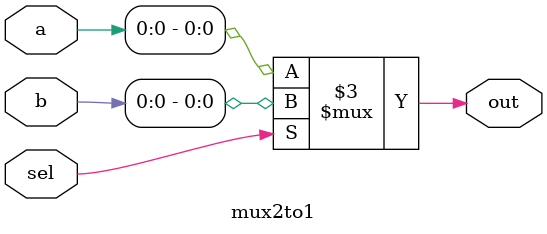
<source format=v>
module mux8to1 (
    input [7:0] a,
    input [2:0] sel,
    output reg out
);

  wire [3:0] mux1_out;
  wire [3:0] mux2_out;
  
  mux4to1 m1 (a[7:4], sel[1:0], mux1_out);
  mux4to1 m2 (a[3:0], sel[1:0], mux2_out);
  mux2to1 m3 (mux1_out, mux2_out, sel[2], out);
  
endmodule

module mux4to1 (
    input [3:0] a,
    input [1:0] sel,
    output reg out
);

  always @* begin
    case(sel)
      2'b00: out = a[0];
      2'b01: out = a[1];
      2'b10: out = a[2];
      2'b11: out = a[3];
      default: out = 1'b0;
    endcase
  end
  
endmodule

module mux2to1 (
    input [3:0] a,
    input [3:0] b,
    input sel,
    output reg out
);

  always @* begin
    if(sel)
      out = b;
    else
      out = a;
  end
  
endmodule

</source>
